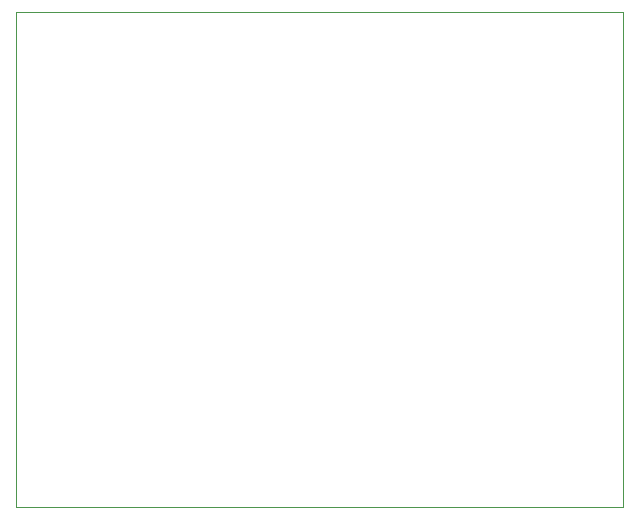
<source format=gbr>
%TF.GenerationSoftware,KiCad,Pcbnew,7.0.7*%
%TF.CreationDate,2023-12-05T11:36:27+01:00*%
%TF.ProjectId,PF,50462e6b-6963-4616-945f-706362585858,rev?*%
%TF.SameCoordinates,Original*%
%TF.FileFunction,Profile,NP*%
%FSLAX46Y46*%
G04 Gerber Fmt 4.6, Leading zero omitted, Abs format (unit mm)*
G04 Created by KiCad (PCBNEW 7.0.7) date 2023-12-05 11:36:27*
%MOMM*%
%LPD*%
G01*
G04 APERTURE LIST*
%TA.AperFunction,Profile*%
%ADD10C,0.050000*%
%TD*%
G04 APERTURE END LIST*
D10*
X160020000Y-69850000D02*
X160020000Y-111760000D01*
X160020000Y-111760000D02*
X108585000Y-111760000D01*
X108585000Y-111760000D02*
X108585000Y-69850000D01*
X108585000Y-69850000D02*
X160020000Y-69850000D01*
M02*

</source>
